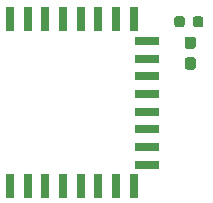
<source format=gbr>
%TF.GenerationSoftware,KiCad,Pcbnew,(5.1.10)-1*%
%TF.CreationDate,2021-10-03T20:24:18-05:00*%
%TF.ProjectId,wireless_measurement_ard,77697265-6c65-4737-935f-6d6561737572,rev?*%
%TF.SameCoordinates,Original*%
%TF.FileFunction,Paste,Top*%
%TF.FilePolarity,Positive*%
%FSLAX46Y46*%
G04 Gerber Fmt 4.6, Leading zero omitted, Abs format (unit mm)*
G04 Created by KiCad (PCBNEW (5.1.10)-1) date 2021-10-03 20:24:18*
%MOMM*%
%LPD*%
G01*
G04 APERTURE LIST*
%ADD10R,2.000000X0.800000*%
%ADD11R,0.800000X2.000000*%
G04 APERTURE END LIST*
D10*
%TO.C,U2*%
X129796000Y-78570000D03*
X129796000Y-80070000D03*
X129796000Y-81570000D03*
X129796000Y-83070000D03*
X129796000Y-84570000D03*
X129796000Y-86070000D03*
X129796000Y-87570000D03*
D11*
X128696000Y-90890000D03*
X128696000Y-76750000D03*
X127196000Y-76750000D03*
X127196000Y-90890000D03*
X125696000Y-90890000D03*
X125696000Y-76750000D03*
X124196000Y-76750000D03*
X124196000Y-90890000D03*
X122696000Y-90890000D03*
X122696000Y-76750000D03*
X121196000Y-76750000D03*
X121196000Y-90890000D03*
X119696000Y-90890000D03*
X119696000Y-76750000D03*
X118196000Y-76750000D03*
D10*
X129796000Y-89070000D03*
D11*
X118196000Y-90890000D03*
%TD*%
%TO.C,D1*%
G36*
G01*
X134575000Y-76705750D02*
X134575000Y-77218250D01*
G75*
G02*
X134356250Y-77437000I-218750J0D01*
G01*
X133918750Y-77437000D01*
G75*
G02*
X133700000Y-77218250I0J218750D01*
G01*
X133700000Y-76705750D01*
G75*
G02*
X133918750Y-76487000I218750J0D01*
G01*
X134356250Y-76487000D01*
G75*
G02*
X134575000Y-76705750I0J-218750D01*
G01*
G37*
G36*
G01*
X133000000Y-76705750D02*
X133000000Y-77218250D01*
G75*
G02*
X132781250Y-77437000I-218750J0D01*
G01*
X132343750Y-77437000D01*
G75*
G02*
X132125000Y-77218250I0J218750D01*
G01*
X132125000Y-76705750D01*
G75*
G02*
X132343750Y-76487000I218750J0D01*
G01*
X132781250Y-76487000D01*
G75*
G02*
X133000000Y-76705750I0J-218750D01*
G01*
G37*
%TD*%
%TO.C,R3*%
G36*
G01*
X133239500Y-78215000D02*
X133714500Y-78215000D01*
G75*
G02*
X133952000Y-78452500I0J-237500D01*
G01*
X133952000Y-79027500D01*
G75*
G02*
X133714500Y-79265000I-237500J0D01*
G01*
X133239500Y-79265000D01*
G75*
G02*
X133002000Y-79027500I0J237500D01*
G01*
X133002000Y-78452500D01*
G75*
G02*
X133239500Y-78215000I237500J0D01*
G01*
G37*
G36*
G01*
X133239500Y-79965000D02*
X133714500Y-79965000D01*
G75*
G02*
X133952000Y-80202500I0J-237500D01*
G01*
X133952000Y-80777500D01*
G75*
G02*
X133714500Y-81015000I-237500J0D01*
G01*
X133239500Y-81015000D01*
G75*
G02*
X133002000Y-80777500I0J237500D01*
G01*
X133002000Y-80202500D01*
G75*
G02*
X133239500Y-79965000I237500J0D01*
G01*
G37*
%TD*%
M02*

</source>
